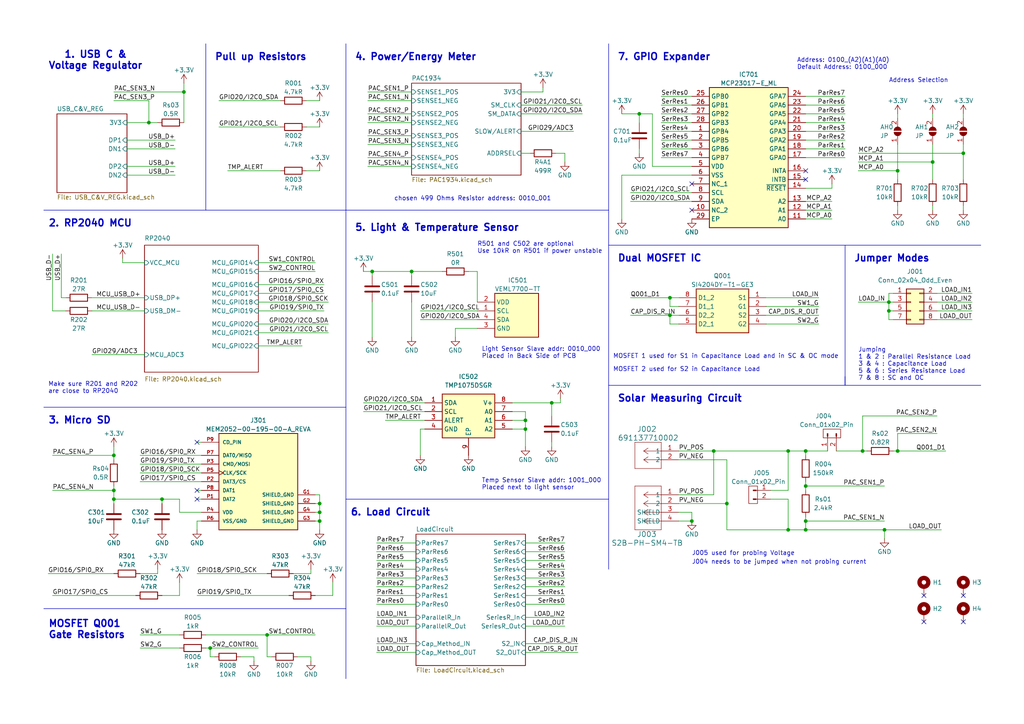
<source format=kicad_sch>
(kicad_sch (version 20230121) (generator eeschema)
  (paper "A4")
  (title_block (title "Solar Curve Tracer") (rev "v1.0") (company "Thesis") (comment 1 "Author: Jason F J") (comment 2 "Matrk No: 3100513"))
  (lib_symbols
    (symbol "691137710002:691137710002" (pin_names (offset 0.254))
      (property "Reference" "J" (at 8.89 6.35 0))
      (property "Value" "691137710002" (at 0 0 0))
      (symbol "691137710002_0_1"
        (pin unspecified line (at 0 0 0) (length 5.08) (name "1") (number "1"))
        (pin unspecified line (at 0 -2.54 0) (length 5.08) (name "2") (number "2"))
      )
    )
    (symbol "Connector:Conn_01x02_Pin" (pin_names (offset 1.016) hide)
      (property "Reference" "J5" (at 0.635 5.08 0))
      (property "Value" "Conn_01x02_Pin" (at 0.635 2.54 0))
      (symbol "Conn_01x02_Pin_1_1"
        (pin passive line (at 5.08 0 180) (length 3.81) (name "Pin_1") (number "1"))
        (pin passive line (at 5.08 -2.54 180) (length 3.81) (name "Pin_2") (number "2"))
      )
    )
    (symbol "Connector_Generic:Conn_02x04_Odd_Even" (pin_names (offset 1.016) hide)
      (property "Reference" "J" (at 1.27 5.08 0))
      (property "Value" "Conn_02x04_Odd_Even" (at 1.27 -7.62 0))
      (symbol "Conn_02x04_Odd_Even_1_1"
        (pin passive line (at -5.08 2.54 0) (length 3.81) (name "Pin_1") (number "1"))
        (pin passive line (at 7.62 2.54 180) (length 3.81) (name "Pin_2") (number "2"))
        (pin passive line (at -5.08 0 0) (length 3.81) (name "Pin_3") (number "3"))
        (pin passive line (at 7.62 0 180) (length 3.81) (name "Pin_4") (number "4"))
        (pin passive line (at -5.08 -2.54 0) (length 3.81) (name "Pin_5") (number "5"))
        (pin passive line (at 7.62 -2.54 180) (length 3.81) (name "Pin_6") (number "6"))
        (pin passive line (at -5.08 -5.08 0) (length 3.81) (name "Pin_7") (number "7"))
        (pin passive line (at 7.62 -5.08 180) (length 3.81) (name "Pin_8") (number "8"))
      )
    )
    (symbol "Device:C" (pin_numbers hide) (pin_names (offset 0.254))
      (property "Reference" "C" (at 0.635 2.54 0))
      (property "Value" "C" (at 0.635 -2.54 0))
      (symbol "C_1_1"
        (pin passive line (at 0 3.81 270) (length 2.794) (name "~") (number "1"))
        (pin passive line (at 0 -3.81 90) (length 2.794) (name "~") (number "2"))
      )
    )
    (symbol "Device:R" (pin_numbers hide) (pin_names (offset 0))
      (property "Reference" "R" (at 2.032 0 90))
      (property "Value" "R" (at 0 0 90))
      (symbol "R_1_1"
        (pin passive line (at 0 3.81 270) (length 1.27) (name "~") (number "1"))
        (pin passive line (at 0 -3.81 90) (length 1.27) (name "~") (number "2"))
      )
    )
    (symbol "Jumper:SolderJumper_2_Open" (pin_names (offset 0) hide)
      (property "Reference" "JP" (at 0 2.032 0))
      (property "Value" "SolderJumper_2_Open" (at 0 -2.54 0))
      (symbol "SolderJumper_2_Open_1_1"
        (pin passive line (at -3.81 0 0) (length 2.54) (name "A") (number "1"))
        (pin passive line (at 3.81 0 180) (length 2.54) (name "B") (number "2"))
      )
    )
    (symbol "MCP23017-E_ML:MCP23017-E_ML"
      (property "Reference" "IC1" (at 16.51 13.97 0))
      (property "Value" "MCP23017-E_ML" (at 16.51 11.43 0))
      (symbol "MCP23017-E_ML_1_1"
        (pin passive line (at 0 -2.54 0) (length 5.08) (name "GPB4") (number "1"))
        (pin passive line (at 0 -25.4 0) (length 5.08) (name "NC_2") (number "10"))
        (pin passive line (at 33.02 -27.94 180) (length 5.08) (name "A0") (number "11"))
        (pin passive line (at 33.02 -25.4 180) (length 5.08) (name "A1") (number "12"))
        (pin passive line (at 33.02 -22.86 180) (length 5.08) (name "A2") (number "13"))
        (pin passive line (at 33.02 -19.05 180) (length 5.08) (name "~{RESET}") (number "14"))
        (pin passive line (at 33.02 -16.51 180) (length 5.08) (name "INTB") (number "15"))
        (pin passive line (at 33.02 -13.97 180) (length 5.08) (name "INTA") (number "16"))
        (pin passive line (at 33.02 -10.16 180) (length 5.08) (name "GPA0") (number "17"))
        (pin passive line (at 33.02 -7.62 180) (length 5.08) (name "GPA1") (number "18"))
        (pin passive line (at 33.02 -5.08 180) (length 5.08) (name "GPA2") (number "19"))
        (pin passive line (at 0 -5.08 0) (length 5.08) (name "GPB5") (number "2"))
        (pin passive line (at 33.02 -2.54 180) (length 5.08) (name "GPA3") (number "20"))
        (pin passive line (at 33.02 0 180) (length 5.08) (name "GPA4") (number "21"))
        (pin passive line (at 33.02 2.54 180) (length 5.08) (name "GPA5") (number "22"))
        (pin passive line (at 33.02 5.08 180) (length 5.08) (name "GPA6") (number "23"))
        (pin passive line (at 33.02 7.62 180) (length 5.08) (name "GPA7") (number "24"))
        (pin passive line (at 0 7.62 0) (length 5.08) (name "GPB0") (number "25"))
        (pin passive line (at 0 5.08 0) (length 5.08) (name "GPB1") (number "26"))
        (pin passive line (at 0 2.54 0) (length 5.08) (name "GPB2") (number "27"))
        (pin passive line (at 0 0 0) (length 5.08) (name "GPB3") (number "28"))
        (pin passive line (at 0 -27.94 0) (length 5.08) (name "EP") (number "29"))
        (pin passive line (at 0 -7.62 0) (length 5.08) (name "GPB6") (number "3"))
        (pin passive line (at 0 -10.16 0) (length 5.08) (name "GPB7") (number "4"))
        (pin passive line (at 0 -12.7 0) (length 5.08) (name "VDD") (number "5"))
        (pin passive line (at 0 -15.24 0) (length 5.08) (name "VSS") (number "6"))
        (pin passive line (at 0 -17.78 0) (length 5.08) (name "NC_1") (number "7"))
        (pin passive line (at 0 -20.32 0) (length 5.08) (name "SCL") (number "8"))
        (pin passive line (at 0 -22.86 0) (length 5.08) (name "SDA") (number "9"))
      )
    )
    (symbol "MEM2052-00-195-00-A_REVA:MEM2052-00-195-00-A_REVA" (pin_names (offset 1.016))
      (property "Reference" "J6" (at 0 20.32 0))
      (property "Value" "MEM2052-00-195-00-A_REVA" (at 0 17.78 0))
      (symbol "MEM2052-00-195-00-A_REVA_0_0"
        (pin power_in line (at 16.51 -2.54 180) (length 5.08) (name "SHIELD_GND") (number "G1"))
        (pin power_in line (at 16.51 -5.08 180) (length 5.08) (name "SHIELD_GND") (number "G2"))
        (pin power_in line (at 16.51 -10.16 180) (length 5.08) (name "SHIELD_GND") (number "G3"))
        (pin power_in line (at 16.51 -7.62 180) (length 5.08) (name "SHIELD_GND") (number "G4"))
        (pin bidirectional line (at -16.51 -3.81 0) (length 5.08) (name "DAT2") (number "P1"))
        (pin power_in line (at -16.51 -7.62 0) (length 5.08) (name "VDD") (number "P4"))
        (pin bidirectional line (at -16.51 -1.27 0) (length 5.08) (name "DAT1") (number "P8"))
        (pin passive line (at -16.51 12.7 0) (length 5.08) (name "CD_PIN") (number "P9"))
      )
      (symbol "MEM2052-00-195-00-A_REVA_1_0"
        (pin bidirectional line (at -16.51 1.27 0) (length 5.08) (name "DAT3/CS") (number "P2"))
        (pin bidirectional line (at -16.51 6.35 0) (length 5.08) (name "CMD/MOSI") (number "P3"))
        (pin input clock (at -16.51 3.81 0) (length 5.08) (name "CLK/SCK") (number "P5"))
        (pin power_in line (at -16.51 -10.16 0) (length 5.08) (name "VSS/GND") (number "P6"))
        (pin bidirectional line (at -16.51 8.89 0) (length 5.08) (name "DAT0/MISO") (number "P7"))
      )
    )
    (symbol "Mechanical:MountingHole_Pad" (pin_numbers hide) (pin_names (offset 1.016) hide)
      (property "Reference" "H" (at 0 6.35 0))
      (property "Value" "MountingHole_Pad" (at 0 4.445 0))
      (symbol "MountingHole_Pad_1_1"
        (pin input line (at 0 -2.54 90) (length 2.54) (name "1") (number "1"))
      )
    )
    (symbol "S2B_PH_SM4_TB:S2B-PH-SM4-TB" (pin_names (offset 0.254))
      (property "Reference" "J" (at 8.89 6.35 0))
      (property "Value" "S2B-PH-SM4-TB" (at 0 0 0))
      (symbol "S2B-PH-SM4-TB_1_1"
        (pin unspecified line (at 0 0 0) (length 5.08) (name "1") (number "1"))
        (pin unspecified line (at 0 -2.54 0) (length 5.08) (name "2") (number "2"))
        (pin unspecified line (at 0 -5.08 0) (length 5.08) (name "SHIELD") (number "3"))
        (pin unspecified line (at 0 -7.62 0) (length 5.08) (name "SHIELD") (number "4"))
      )
      (symbol "S2B-PH-SM4-TB_1_2"
        (pin unspecified line (at 0 0 0) (length 5.08) (name "1") (number "1"))
        (pin unspecified line (at 0 -2.54 0) (length 5.08) (name "2") (number "2"))
        (pin unspecified line (at 0 -5.08 0) (length 5.08) (name "SHIELD") (number "3"))
        (pin unspecified line (at 0 -7.62 0) (length 5.08) (name "SHIELD") (number "4"))
      )
    )
    (symbol "SI4204DY-T1-GE3:SI4204DY-T1-GE3"
      (property "Reference" "Q" (at 21.59 7.62 0))
      (property "Value" "SI4204DY-T1-GE3" (at 21.59 5.08 0))
      (symbol "SI4204DY-T1-GE3_1_1"
        (pin passive line (at 0 0 0) (length 5.08) (name "S1") (number "1"))
        (pin passive line (at 0 -2.54 0) (length 5.08) (name "G1") (number "2"))
        (pin passive line (at 0 -5.08 0) (length 5.08) (name "S2") (number "3"))
        (pin passive line (at 0 -7.62 0) (length 5.08) (name "G2") (number "4"))
        (pin passive line (at 25.4 -7.62 180) (length 5.08) (name "D2_1") (number "5"))
        (pin passive line (at 25.4 -5.08 180) (length 5.08) (name "D2_2") (number "6"))
        (pin passive line (at 25.4 -2.54 180) (length 5.08) (name "D1_1") (number "7"))
        (pin passive line (at 25.4 0 180) (length 5.08) (name "D1_2") (number "8"))
      )
    )
    (symbol "TMP1075DSGR:TMP1075DSGR"
      (property "Reference" "IC2" (at 12.7 6.35 0))
      (property "Value" "TMP1075DSGR" (at 12.7 3.81 0))
      (symbol "TMP1075DSGR_1_1"
        (pin passive line (at 0 0 0) (length 5.08) (name "SDA") (number "1"))
        (pin passive line (at 0 -2.54 0) (length 5.08) (name "SCL") (number "2"))
        (pin passive line (at 0 -5.08 0) (length 5.08) (name "ALERT") (number "3"))
        (pin passive line (at 0 -7.62 0) (length 5.08) (name "GND") (number "4"))
        (pin passive line (at 25.4 -7.62 180) (length 5.08) (name "A2") (number "5"))
        (pin passive line (at 25.4 -5.08 180) (length 5.08) (name "A1") (number "6"))
        (pin passive line (at 25.4 -2.54 180) (length 5.08) (name "A0") (number "7"))
        (pin passive line (at 25.4 0 180) (length 5.08) (name "V+") (number "8"))
        (pin passive line (at 12.7 -15.24 90) (length 5.08) (name "EP") (number "9"))
      )
    )
    (symbol "VEML7700-TT:VEML7700-TT"
      (property "Reference" "IC3" (at 19.05 -2.54 0))
      (property "Value" "VEML7700-TT" (at 19.05 -5.08 0))
      (symbol "VEML7700-TT_1_1"
        (pin passive line (at 0 -2.54 0) (length 5.08) (name "SCL") (number "1"))
        (pin passive line (at 0 0 0) (length 5.08) (name "VDD") (number "2"))
        (pin passive line (at 0 -7.62 0) (length 5.08) (name "GND") (number "3"))
        (pin passive line (at 0 -5.08 0) (length 5.08) (name "SDA") (number "4"))
      )
    )
    (symbol "power:+3.3V" (power) (pin_names (offset 0))
      (property "Value" "+3.3V" (at 0 3.556 0))
      (symbol "+3.3V_1_1"
        (pin power_in line (at 0 0 90) (length 0) hide (name "+3.3V") (number "1"))
      )
    )
    (symbol "power:GND" (power) (pin_names (offset 0))
      (property "Value" "GND" (at 0 -3.81 0))
      (symbol "GND_1_1"
        (pin power_in line (at 0 0 270) (length 0) hide (name "GND") (number "1"))
      )
    )
  )
  (junction (at 207.01 130.81))
  (junction (at 160.02 116.84))
  (junction (at 279.4 44.45))
  (junction (at 33.02 132.08))
  (junction (at 257.81 90.17))
  (junction (at 233.68 140.97))
  (junction (at 228.6 130.81))
  (junction (at 194.31 86.36))
  (junction (at 257.81 87.63))
  (junction (at 200.66 151.13))
  (junction (at 233.68 130.81))
  (junction (at 210.82 146.05))
  (junction (at 46.99 144.78))
  (junction (at 270.51 46.99))
  (junction (at 92.71 146.05))
  (junction (at 43.18 35.56))
  (junction (at 233.68 153.67))
  (junction (at 152.4 124.46))
  (junction (at 92.71 151.13))
  (junction (at 233.68 151.13))
  (junction (at 107.95 78.74))
  (junction (at 228.6 153.67))
  (junction (at 250.19 130.81))
  (junction (at 92.71 148.59))
  (junction (at 60.96 187.96))
  (junction (at 194.31 91.44))
  (junction (at 260.35 49.53))
  (junction (at 152.4 121.92))
  (junction (at 53.34 26.67))
  (junction (at 77.47 184.15))
  (junction (at 256.54 153.67))
  (junction (at 119.38 78.74))
  (junction (at 260.35 130.81))
  (junction (at 33.02 142.24))
  (junction (at 33.02 144.78))
  (junction (at 185.42 33.02))
  (no_connect (at 233.68 52.07))
  (no_connect (at 279.4 180.34))
  (no_connect (at 267.97 172.72))
  (no_connect (at 57.15 128.27))
  (no_connect (at 267.97 180.34))
  (no_connect (at 57.15 142.24))
  (no_connect (at 279.4 172.72))
  (no_connect (at 200.66 60.96))
  (no_connect (at 233.68 49.53))
  (no_connect (at 200.66 53.34))
  (no_connect (at 57.15 144.78))
  (wire (pts (xy 185.42 35.56) (xy 185.42 33.02)))
  (wire (pts (xy 242.57 130.81) (xy 250.19 130.81)))
  (wire (pts (xy 257.81 90.17) (xy 257.81 87.63)))
  (wire (pts (xy 105.41 116.84) (xy 123.19 116.84)))
  (wire (pts (xy 60.96 187.96) (xy 60.96 190.5)))
  (wire (pts (xy 233.68 140.97) (xy 233.68 142.24)))
  (wire (pts (xy 105.41 119.38) (xy 123.19 119.38)))
  (wire (pts (xy 74.93 87.63) (xy 95.25 87.63)))
  (wire (pts (xy 191.77 38.1) (xy 200.66 38.1)))
  (wire (pts (xy 196.85 143.51) (xy 207.01 143.51)))
  (wire (pts (xy 200.66 48.26) (xy 189.23 48.26)))
  (wire (pts (xy 191.77 40.64) (xy 200.66 40.64)))
  (wire (pts (xy 74.93 85.09) (xy 93.98 85.09)))
  (wire (pts (xy 74.93 100.33) (xy 87.63 100.33)))
  (wire (pts (xy 109.22 157.48) (xy 120.65 157.48)))
  (wire (pts (xy 152.4 119.38) (xy 152.4 121.92)))
  (wire (pts (xy 259.08 130.81) (xy 260.35 130.81)))
  (wire (pts (xy 109.22 181.61) (xy 120.65 181.61)))
  (wire (pts (xy 107.95 78.74) (xy 119.38 78.74)))
  (wire (pts (xy 109.22 167.64) (xy 120.65 167.64)))
  (wire (pts (xy 248.92 44.45) (xy 279.4 44.45)))
  (wire (pts (xy 160.02 116.84) (xy 162.56 116.84)))
  (wire (pts (xy 210.82 153.67) (xy 228.6 153.67)))
  (wire (pts (xy 106.68 41.91) (xy 119.38 41.91)))
  (wire (pts (xy 46.99 172.72) (xy 52.07 172.72)))
  (polyline (pts (xy 100.33 144.78) (xy 176.53 144.78)))
  (wire (pts (xy 148.59 119.38) (xy 152.4 119.38)))
  (wire (pts (xy 74.93 90.17) (xy 93.98 90.17)))
  (wire (pts (xy 52.07 172.72) (xy 52.07 168.91)))
  (wire (pts (xy 121.92 124.46) (xy 121.92 132.08)))
  (wire (pts (xy 279.4 44.45) (xy 279.4 52.07)))
  (wire (pts (xy 63.5 29.21) (xy 81.28 29.21)))
  (wire (pts (xy 119.38 87.63) (xy 119.38 97.79)))
  (wire (pts (xy 245.11 33.02) (xy 233.68 33.02)))
  (wire (pts (xy 40.64 187.96) (xy 52.07 187.96)))
  (wire (pts (xy 15.24 73.66) (xy 15.24 90.17)))
  (wire (pts (xy 109.22 160.02) (xy 120.65 160.02)))
  (wire (pts (xy 279.4 41.91) (xy 279.4 44.45)))
  (wire (pts (xy 191.77 30.48) (xy 200.66 30.48)))
  (wire (pts (xy 160.02 128.27) (xy 160.02 129.54)))
  (wire (pts (xy 58.42 148.59) (xy 52.07 148.59)))
  (wire (pts (xy 148.59 121.92) (xy 152.4 121.92)))
  (wire (pts (xy 77.47 184.15) (xy 77.47 190.5)))
  (wire (pts (xy 33.02 166.37) (xy 13.97 166.37)))
  (wire (pts (xy 260.35 33.02) (xy 260.35 34.29)))
  (wire (pts (xy 33.02 29.21) (xy 43.18 29.21)))
  (wire (pts (xy 41.91 76.2) (xy 35.56 76.2)))
  (wire (pts (xy 233.68 54.61) (xy 241.3 54.61)))
  (wire (pts (xy 191.77 45.72) (xy 200.66 45.72)))
  (wire (pts (xy 233.68 63.5) (xy 241.3 63.5)))
  (polyline (pts (xy 12.7 176.53) (xy 100.33 176.53)))
  (wire (pts (xy 109.22 172.72) (xy 120.65 172.72)))
  (wire (pts (xy 57.15 172.72) (xy 83.82 172.72)))
  (wire (pts (xy 233.68 149.86) (xy 233.68 151.13)))
  (wire (pts (xy 259.08 85.09) (xy 257.81 85.09)))
  (wire (pts (xy 248.92 87.63) (xy 257.81 87.63)))
  (wire (pts (xy 256.54 151.13) (xy 233.68 151.13)))
  (wire (pts (xy 245.11 40.64) (xy 233.68 40.64)))
  (wire (pts (xy 223.52 142.24) (xy 228.6 142.24)))
  (wire (pts (xy 33.02 142.24) (xy 33.02 144.78)))
  (wire (pts (xy 271.78 90.17) (xy 281.94 90.17)))
  (wire (pts (xy 259.08 90.17) (xy 257.81 90.17)))
  (wire (pts (xy 200.66 151.13) (xy 200.66 148.59)))
  (wire (pts (xy 106.68 45.72) (xy 119.38 45.72)))
  (wire (pts (xy 36.83 35.56) (xy 43.18 35.56)))
  (wire (pts (xy 222.25 91.44) (xy 237.49 91.44)))
  (wire (pts (xy 53.34 26.67) (xy 53.34 24.13)))
  (wire (pts (xy 270.51 60.96) (xy 270.51 59.69)))
  (wire (pts (xy 196.85 146.05) (xy 210.82 146.05)))
  (wire (pts (xy 194.31 91.44) (xy 196.85 91.44)))
  (wire (pts (xy 260.35 49.53) (xy 260.35 52.07)))
  (wire (pts (xy 43.18 35.56) (xy 45.72 35.56)))
  (wire (pts (xy 256.54 140.97) (xy 233.68 140.97)))
  (wire (pts (xy 148.59 116.84) (xy 160.02 116.84)))
  (wire (pts (xy 33.02 129.54) (xy 33.02 132.08)))
  (wire (pts (xy 109.22 179.07) (xy 120.65 179.07)))
  (wire (pts (xy 17.78 73.66) (xy 17.78 86.36)))
  (wire (pts (xy 256.54 153.67) (xy 256.54 156.21)))
  (wire (pts (xy 152.4 181.61) (xy 163.83 181.61)))
  (wire (pts (xy 228.6 153.67) (xy 233.68 153.67)))
  (wire (pts (xy 250.19 120.65) (xy 250.19 130.81)))
  (wire (pts (xy 281.94 87.63) (xy 271.78 87.63)))
  (wire (pts (xy 77.47 184.15) (xy 91.44 184.15)))
  (wire (pts (xy 222.25 93.98) (xy 237.49 93.98)))
  (wire (pts (xy 233.68 153.67) (xy 256.54 153.67)))
  (wire (pts (xy 223.52 144.78) (xy 228.6 144.78)))
  (wire (pts (xy 180.34 50.8) (xy 180.34 63.5)))
  (wire (pts (xy 163.83 167.64) (xy 152.4 167.64)))
  (wire (pts (xy 109.22 162.56) (xy 120.65 162.56)))
  (wire (pts (xy 40.64 184.15) (xy 52.07 184.15)))
  (wire (pts (xy 163.83 162.56) (xy 152.4 162.56)))
  (wire (pts (xy 207.01 130.81) (xy 228.6 130.81)))
  (wire (pts (xy 106.68 35.56) (xy 119.38 35.56)))
  (wire (pts (xy 257.81 85.09) (xy 257.81 87.63)))
  (wire (pts (xy 233.68 130.81) (xy 233.68 132.08)))
  (wire (pts (xy 182.88 86.36) (xy 194.31 86.36)))
  (wire (pts (xy 194.31 93.98) (xy 194.31 91.44)))
  (wire (pts (xy 91.44 148.59) (xy 92.71 148.59)))
  (wire (pts (xy 91.44 151.13) (xy 92.71 151.13)))
  (wire (pts (xy 77.47 166.37) (xy 57.15 166.37)))
  (wire (pts (xy 109.22 165.1) (xy 120.65 165.1)))
  (wire (pts (xy 245.11 43.18) (xy 233.68 43.18)))
  (wire (pts (xy 107.95 87.63) (xy 107.95 97.79)))
  (wire (pts (xy 157.48 25.4) (xy 157.48 26.67)))
  (wire (pts (xy 233.68 151.13) (xy 233.68 153.67)))
  (wire (pts (xy 245.11 27.94) (xy 233.68 27.94)))
  (wire (pts (xy 36.83 50.8) (xy 50.8 50.8)))
  (wire (pts (xy 196.85 130.81) (xy 207.01 130.81)))
  (wire (pts (xy 189.23 33.02) (xy 185.42 33.02)))
  (wire (pts (xy 53.34 35.56) (xy 53.34 26.67)))
  (wire (pts (xy 270.51 33.02) (xy 270.51 34.29)))
  (wire (pts (xy 191.77 35.56) (xy 200.66 35.56)))
  (wire (pts (xy 248.92 49.53) (xy 260.35 49.53)))
  (wire (pts (xy 191.77 43.18) (xy 200.66 43.18)))
  (wire (pts (xy 40.64 139.7) (xy 58.42 139.7)))
  (wire (pts (xy 36.83 43.18) (xy 50.8 43.18)))
  (wire (pts (xy 33.02 146.05) (xy 33.02 144.78)))
  (wire (pts (xy 106.68 33.02) (xy 119.38 33.02)))
  (polyline (pts (xy 176.53 111.76) (xy 284.48 111.76)))
  (wire (pts (xy 138.43 78.74) (xy 138.43 87.63)))
  (wire (pts (xy 194.31 88.9) (xy 194.31 86.36)))
  (wire (pts (xy 207.01 130.81) (xy 207.01 143.51)))
  (wire (pts (xy 15.24 142.24) (xy 33.02 142.24)))
  (wire (pts (xy 52.07 148.59) (xy 52.07 144.78)))
  (wire (pts (xy 106.68 26.67) (xy 119.38 26.67)))
  (wire (pts (xy 92.71 143.51) (xy 92.71 146.05)))
  (wire (pts (xy 260.35 60.96) (xy 260.35 59.69)))
  (wire (pts (xy 57.15 144.78) (xy 58.42 144.78)))
  (wire (pts (xy 111.76 121.92) (xy 123.19 121.92)))
  (wire (pts (xy 163.83 170.18) (xy 152.4 170.18)))
  (wire (pts (xy 210.82 133.35) (xy 210.82 146.05)))
  (wire (pts (xy 85.09 166.37) (xy 90.17 166.37)))
  (wire (pts (xy 163.83 157.48) (xy 152.4 157.48)))
  (wire (pts (xy 182.88 91.44) (xy 194.31 91.44)))
  (wire (pts (xy 40.64 137.16) (xy 58.42 137.16)))
  (wire (pts (xy 200.66 50.8) (xy 180.34 50.8)))
  (wire (pts (xy 222.25 86.36) (xy 237.49 86.36)))
  (wire (pts (xy 163.83 165.1) (xy 152.4 165.1)))
  (wire (pts (xy 222.25 88.9) (xy 237.49 88.9)))
  (wire (pts (xy 233.68 130.81) (xy 240.03 130.81)))
  (wire (pts (xy 33.02 132.08) (xy 33.02 133.35)))
  (wire (pts (xy 210.82 146.05) (xy 210.82 153.67)))
  (wire (pts (xy 161.29 44.45) (xy 163.83 44.45)))
  (wire (pts (xy 33.02 144.78) (xy 46.99 144.78)))
  (wire (pts (xy 279.4 33.02) (xy 279.4 34.29)))
  (wire (pts (xy 185.42 43.18) (xy 185.42 44.45)))
  (wire (pts (xy 196.85 88.9) (xy 194.31 88.9)))
  (wire (pts (xy 151.13 44.45) (xy 153.67 44.45)))
  (wire (pts (xy 17.78 86.36) (xy 19.05 86.36)))
  (wire (pts (xy 109.22 170.18) (xy 120.65 170.18)))
  (wire (pts (xy 57.15 153.67) (xy 57.15 151.13)))
  (wire (pts (xy 46.99 146.05) (xy 46.99 144.78)))
  (wire (pts (xy 40.64 166.37) (xy 45.72 166.37)))
  (wire (pts (xy 151.13 38.1) (xy 166.37 38.1)))
  (wire (pts (xy 248.92 46.99) (xy 270.51 46.99)))
  (wire (pts (xy 26.67 86.36) (xy 41.91 86.36)))
  (wire (pts (xy 132.08 95.25) (xy 132.08 97.79)))
  (wire (pts (xy 91.44 146.05) (xy 92.71 146.05)))
  (polyline (pts (xy 176.53 12.7) (xy 176.53 165.1)))
  (wire (pts (xy 60.96 190.5) (xy 62.23 190.5)))
  (wire (pts (xy 91.44 172.72) (xy 96.52 172.72)))
  (wire (pts (xy 160.02 116.84) (xy 160.02 120.65)))
  (wire (pts (xy 151.13 33.02) (xy 168.91 33.02)))
  (wire (pts (xy 260.35 125.73) (xy 271.78 125.73)))
  (wire (pts (xy 182.88 55.88) (xy 200.66 55.88)))
  (wire (pts (xy 15.24 132.08) (xy 33.02 132.08)))
  (wire (pts (xy 191.77 33.02) (xy 200.66 33.02)))
  (wire (pts (xy 15.24 90.17) (xy 19.05 90.17)))
  (wire (pts (xy 121.92 90.17) (xy 138.43 90.17)))
  (wire (pts (xy 86.36 190.5) (xy 90.17 190.5)))
  (wire (pts (xy 274.32 130.81) (xy 260.35 130.81)))
  (wire (pts (xy 109.22 186.69) (xy 120.65 186.69)))
  (wire (pts (xy 167.64 186.69) (xy 152.4 186.69)))
  (wire (pts (xy 119.38 78.74) (xy 119.38 80.01)))
  (wire (pts (xy 74.93 76.2) (xy 91.44 76.2)))
  (wire (pts (xy 119.38 78.74) (xy 128.27 78.74)))
  (wire (pts (xy 45.72 166.37) (xy 45.72 165.1)))
  (wire (pts (xy 106.68 39.37) (xy 119.38 39.37)))
  (wire (pts (xy 74.93 78.74) (xy 91.44 78.74)))
  (wire (pts (xy 200.66 148.59) (xy 196.85 148.59)))
  (wire (pts (xy 33.02 26.67) (xy 53.34 26.67)))
  (wire (pts (xy 105.41 78.74) (xy 107.95 78.74)))
  (wire (pts (xy 163.83 172.72) (xy 152.4 172.72)))
  (wire (pts (xy 43.18 29.21) (xy 43.18 35.56)))
  (wire (pts (xy 138.43 95.25) (xy 132.08 95.25)))
  (wire (pts (xy 233.68 58.42) (xy 241.3 58.42)))
  (wire (pts (xy 271.78 85.09) (xy 281.94 85.09)))
  (wire (pts (xy 279.4 60.96) (xy 279.4 59.69)))
  (wire (pts (xy 123.19 124.46) (xy 121.92 124.46)))
  (wire (pts (xy 74.93 93.98) (xy 95.25 93.98)))
  (wire (pts (xy 191.77 27.94) (xy 200.66 27.94)))
  (wire (pts (xy 69.85 190.5) (xy 73.66 190.5)))
  (wire (pts (xy 163.83 44.45) (xy 163.83 46.99)))
  (wire (pts (xy 228.6 130.81) (xy 233.68 130.81)))
  (wire (pts (xy 96.52 172.72) (xy 96.52 168.91)))
  (wire (pts (xy 194.31 86.36) (xy 196.85 86.36)))
  (wire (pts (xy 245.11 30.48) (xy 233.68 30.48)))
  (wire (pts (xy 151.13 26.67) (xy 157.48 26.67)))
  (wire (pts (xy 106.68 48.26) (xy 119.38 48.26)))
  (wire (pts (xy 228.6 144.78) (xy 228.6 153.67)))
  (wire (pts (xy 39.37 172.72) (xy 15.24 172.72)))
  (wire (pts (xy 106.68 29.21) (xy 119.38 29.21)))
  (wire (pts (xy 88.9 36.83) (xy 92.71 36.83)))
  (wire (pts (xy 259.08 92.71) (xy 257.81 92.71)))
  (wire (pts (xy 270.51 46.99) (xy 270.51 52.07)))
  (wire (pts (xy 163.83 175.26) (xy 152.4 175.26)))
  (polyline (pts (xy 100.33 60.96) (xy 176.53 60.96)))
  (wire (pts (xy 162.56 116.84) (xy 162.56 115.57)))
  (wire (pts (xy 40.64 134.62) (xy 58.42 134.62)))
  (wire (pts (xy 163.83 160.02) (xy 152.4 160.02)))
  (wire (pts (xy 52.07 144.78) (xy 46.99 144.78)))
  (wire (pts (xy 180.34 33.02) (xy 185.42 33.02)))
  (wire (pts (xy 74.93 96.52) (xy 95.25 96.52)))
  (wire (pts (xy 90.17 190.5) (xy 90.17 191.77)))
  (wire (pts (xy 241.3 54.61) (xy 241.3 53.34)))
  (wire (pts (xy 152.4 121.92) (xy 152.4 124.46)))
  (wire (pts (xy 233.68 139.7) (xy 233.68 140.97)))
  (wire (pts (xy 90.17 166.37) (xy 90.17 165.1)))
  (wire (pts (xy 196.85 151.13) (xy 200.66 151.13)))
  (wire (pts (xy 196.85 133.35) (xy 210.82 133.35)))
  (wire (pts (xy 109.22 175.26) (xy 120.65 175.26)))
  (wire (pts (xy 41.91 102.87) (xy 26.67 102.87)))
  (wire (pts (xy 245.11 45.72) (xy 233.68 45.72)))
  (wire (pts (xy 36.83 40.64) (xy 50.8 40.64)))
  (wire (pts (xy 33.02 140.97) (xy 33.02 142.24)))
  (wire (pts (xy 91.44 143.51) (xy 92.71 143.51)))
  (wire (pts (xy 59.69 187.96) (xy 60.96 187.96)))
  (wire (pts (xy 151.13 30.48) (xy 168.91 30.48)))
  (polyline (pts (xy 245.11 71.12) (xy 245.11 111.76)))
  (wire (pts (xy 88.9 29.21) (xy 92.71 29.21)))
  (wire (pts (xy 271.78 120.65) (xy 250.19 120.65)))
  (wire (pts (xy 233.68 60.96) (xy 241.3 60.96)))
  (wire (pts (xy 92.71 153.67) (xy 92.71 151.13)))
  (wire (pts (xy 182.88 58.42) (xy 200.66 58.42)))
  (wire (pts (xy 228.6 142.24) (xy 228.6 130.81)))
  (wire (pts (xy 148.59 124.46) (xy 152.4 124.46)))
  (wire (pts (xy 109.22 189.23) (xy 120.65 189.23)))
  (wire (pts (xy 270.51 41.91) (xy 270.51 46.99)))
  (polyline (pts (xy 59.69 12.7) (xy 59.69 60.96)))
  (wire (pts (xy 257.81 87.63) (xy 259.08 87.63)))
  (wire (pts (xy 152.4 124.46) (xy 152.4 129.54)))
  (wire (pts (xy 88.9 49.53) (xy 92.71 49.53)))
  (wire (pts (xy 121.92 92.71) (xy 138.43 92.71)))
  (wire (pts (xy 60.96 187.96) (xy 74.93 187.96)))
  (polyline (pts (xy 12.7 118.11) (xy 100.33 118.11)))
  (wire (pts (xy 260.35 125.73) (xy 260.35 130.81)))
  (polyline (pts (xy 176.53 71.12) (xy 284.48 71.12)))
  (wire (pts (xy 63.5 36.83) (xy 81.28 36.83)))
  (wire (pts (xy 260.35 41.91) (xy 260.35 49.53)))
  (polyline (pts (xy 12.7 60.96) (xy 100.33 60.96)))
  (wire (pts (xy 196.85 93.98) (xy 194.31 93.98)))
  (wire (pts (xy 36.83 48.26) (xy 50.8 48.26)))
  (polyline (pts (xy 245.11 109.22) (xy 245.11 111.76)))
  (wire (pts (xy 256.54 153.67) (xy 273.05 153.67)))
  (wire (pts (xy 189.23 33.02) (xy 189.23 48.26)))
  (wire (pts (xy 26.67 90.17) (xy 41.91 90.17)))
  (wire (pts (xy 57.15 151.13) (xy 58.42 151.13)))
  (wire (pts (xy 74.93 82.55) (xy 93.98 82.55)))
  (wire (pts (xy 66.04 49.53) (xy 81.28 49.53)))
  (wire (pts (xy 57.15 128.27) (xy 58.42 128.27)))
  (wire (pts (xy 40.64 132.08) (xy 58.42 132.08)))
  (wire (pts (xy 245.11 38.1) (xy 233.68 38.1)))
  (wire (pts (xy 73.66 190.5) (xy 73.66 191.77)))
  (polyline (pts (xy 100.33 12.7) (xy 100.33 196.85)))
  (wire (pts (xy 152.4 179.07) (xy 163.83 179.07)))
  (wire (pts (xy 138.43 78.74) (xy 135.89 78.74)))
  (wire (pts (xy 92.71 146.05) (xy 92.71 148.59)))
  (wire (pts (xy 257.81 92.71) (xy 257.81 90.17)))
  (wire (pts (xy 250.19 130.81) (xy 251.46 130.81)))
  (wire (pts (xy 59.69 184.15) (xy 77.47 184.15)))
  (wire (pts (xy 152.4 189.23) (xy 167.64 189.23)))
  (wire (pts (xy 77.47 190.5) (xy 78.74 190.5)))
  (wire (pts (xy 107.95 78.74) (xy 107.95 80.01)))
  (wire (pts (xy 57.15 142.24) (xy 58.42 142.24)))
  (wire (pts (xy 92.71 148.59) (xy 92.71 151.13)))
  (wire (pts (xy 35.56 74.93) (xy 35.56 76.2)))
  (wire (pts (xy 245.11 35.56) (xy 233.68 35.56)))
  (wire (pts (xy 271.78 92.71) (xy 281.94 92.71)))
  (text "Jumper Modes" (at 247.65 76.2 0) (effects (font (size 2 2) (thickness 0.4) bold) (justify left bottom)))
  (text "7. GPIO Expander" (at 179.07 17.78 0) (effects (font (size 2 2) (thickness 0.4) bold) (justify left bottom)))
  (text "5. Light & Temperature Sensor" (at 102.87 67.31 0) (effects (font (size 2 2) (thickness 0.4) bold) (justify left bottom)))
  (text "3. Micro SD" (at 13.97 123.19 0) (effects (font (size 2 2) (thickness 0.4) bold) (justify left bottom)))
  (text "Solar Measuring Circuit" (at 179.07 116.84 0) (effects (font (size 2 2) (thickness 0.4) bold) (justify left bottom)))
  (text "MOSFET 2 used for S2 in Capacitance Load" (at 177.8 107.95 0) (effects (font (size 1.27 1.27)) (justify left bottom)))
  (text "Dual MOSFET IC" (at 179.07 76.2 0) (effects (font (size 2 2) (thickness 0.4) bold) (justify left bottom)))
  (text "Temp Sensor Slave addr: 1001_000\nPlaced next to light sensor" (at 139.7 142.24 0) (effects (font (size 1.27 1.27)) (justify left bottom)))
  (text "J005 used for probing Voltage" (at 200.66 161.29 0) (effects (font (size 1.27 1.27)) (justify left bottom)))
  (text "Make sure R201 and R202 \nare close to RP2040" (at 13.97 114.3 0) (effects (font (size 1.27 1.27)) (justify left bottom)))
  (text "Pull up Resistors" (at 62.23 17.78 0) (effects (font (size 2 2) (thickness 0.4) bold) (justify left bottom)))
  (text "6. Load Circuit" (at 101.6 149.86 0) (effects (font (size 2 2) (thickness 0.4) bold) (justify left bottom)))
  (text "R501 and C502 are optional\nUse 10kR on R501 if power unstable" (at 138.43 73.66 0) (effects (font (size 1.27 1.27)) (justify left bottom)))
  (text "   1. USB C & \nVoltage Regulator" (at 13.97 20.32 0) (effects (font (size 2 2) (thickness 0.4) bold) (justify left bottom)))
  (text "MOSFET Q001 \nGate Resistors" (at 13.97 185.42 0) (effects (font (size 2 2) (thickness 0.4) bold) (justify left bottom)))
  (text "2. RP2040 MCU" (at 13.97 66.04 0) (effects (font (size 2 2) (thickness 0.4) bold) (justify left bottom)))
  (text "Light Sensor Slave addr: 0010_000\nPlaced in Back Side of PCB" (at 139.7 104.14 0) (effects (font (size 1.27 1.27)) (justify left bottom)))
  (text "MOSFET 1 used for S1 in Capacitance Load and in SC & OC mode" (at 177.8 104.14 0) (effects (font (size 1.27 1.27)) (justify left bottom)))
  (text "chosen 499 Ohms Resistor address: 0010_001" (at 114.3 58.42 0) (effects (font (size 1.27 1.27)) (justify left bottom)))
  (text "J004 needs to be jumped when not probing current" (at 200.66 163.83 0) (effects (font (size 1.27 1.27)) (justify left bottom)))
  (text "Address Selection" (at 257.81 24.13 0) (effects (font (size 1.27 1.27)) (justify left bottom)))
  (text "Address: 0100_(A2)(A1)(A0)\nDefault Address: 0100_000" (at 231.14 20.32 0) (effects (font (size 1.27 1.27)) (justify left bottom)))
  (text "4. Power/Energy Meter" (at 102.87 17.78 0) (effects (font (size 2 2) (thickness 0.4) bold) (justify left bottom)))
  (text "Jumping\n1 & 2 : Parallel Resistance Load\n3 & 4 : Capacitance Load\n5 & 6 : Series Resistance Load\n7 & 8 : SC and OC" (at 248.92 110.49 0) (effects (font (size 1.27 1.27)) (justify left bottom)))
  (label "TMP_ALERT" (at 66.04 49.53 0))
  (label "ParRes6" (at 245.11 30.48 180))
  (label "SerRes0" (at 163.83 175.26 180))
  (label "SerRes5" (at 191.77 40.64 0))
  (label "PAC_SEN3_P" (at 106.68 39.37 0))
  (label "GPIO21{slash}I2C0_SCL" (at 63.5 36.83 0))
  (label "GPIO21{slash}I2C0_SCL" (at 105.41 119.38 0))
  (label "GPIO20{slash}I2C0_SDA" (at 63.5 29.21 0))
  (label "LOAD_OUT" (at 273.05 153.67 180))
  (label "ParRes5" (at 245.11 33.02 180))
  (label "LOAD_OUT" (at 109.22 189.23 0))
  (label "GPIO20{slash}I2C0_SDA" (at 182.88 58.42 0))
  (label "LOAD_IN1" (at 109.22 179.07 0))
  (label "SerRes2" (at 191.77 33.02 0))
  (label "SerRes7" (at 191.77 45.72 0))
  (label "SerRes7" (at 163.83 157.48 180))
  (label "ParRes6" (at 109.22 160.02 0))
  (label "PAC_SEN2_P" (at 106.68 33.02 0))
  (label "USB_D+" (at 50.8 40.64 180))
  (label "PAC_SEN1_N" (at 106.68 29.21 0))
  (label "SW2_CONTROL" (at 91.44 78.74 180))
  (label "LOAD_IN2" (at 281.94 87.63 180))
  (label "USB_D-" (at 50.8 50.8 180))
  (label "PV_NEG" (at 196.85 133.35 0))
  (label "MCP_A1" (at 241.3 60.96 180))
  (label "PV_POS" (at 196.85 143.51 0))
  (label "MCP_A2" (at 241.3 58.42 180))
  (label "GPIO20{slash}I2C0_SDA" (at 95.25 93.98 180))
  (label "TMP_ALERT" (at 87.63 100.33 180))
  (label "PAC_SEN4_N" (at 106.68 48.26 0))
  (label "Q001_D1" (at 274.32 130.81 180))
  (label "MCP_A1" (at 248.92 46.99 0))
  (label "LOAD_OUT" (at 281.94 92.71 180))
  (label "USB_D-" (at 15.24 73.66 270))
  (label "ParRes3" (at 109.22 167.64 0))
  (label "PAC_SEN3_N" (at 106.68 41.91 0))
  (label "GPIO20{slash}I2C0_SDA" (at 105.41 116.84 0))
  (label "ParRes1" (at 245.11 43.18 180))
  (label "PAC_SEN2_N" (at 271.78 125.73 180))
  (label "GPIO19{slash}SPI0_TX" (at 93.98 90.17 180))
  (label "SerRes1" (at 191.77 30.48 0))
  (label "PAC_SEN4_P" (at 15.24 132.08 0))
  (label "GPIO21{slash}I2C0_SCL" (at 95.25 96.52 180))
  (label "SerRes4" (at 191.77 38.1 0))
  (label "GPIO18{slash}SPI0_SCK" (at 40.64 137.16 0))
  (label "PAC_SEN1_P" (at 256.54 140.97 180))
  (label "LOAD_IN" (at 248.92 87.63 0))
  (label "PAC_SEN2_P" (at 271.78 120.65 180))
  (label "GPIO21{slash}I2C0_SCL" (at 168.91 30.48 180))
  (label "GPIO21{slash}I2C0_SCL" (at 182.88 55.88 0))
  (label "USB_D+" (at 17.78 73.66 270))
  (label "SerRes3" (at 163.83 167.64 180))
  (label "GPIO19{slash}SPI0_TX" (at 40.64 134.62 0))
  (label "GPIO20{slash}I2C0_SDA" (at 168.91 33.02 180))
  (label "ParRes3" (at 245.11 38.1 180))
  (label "CAP_DIS_R_IN" (at 182.88 91.44 0))
  (label "GPIO18{slash}SPI0_SCK" (at 95.25 87.63 180))
  (label "ParRes2" (at 109.22 170.18 0))
  (label "PAC_SEN3_P" (at 33.02 29.21 0))
  (label "LOAD_IN2" (at 163.83 179.07 180))
  (label "SerRes5" (at 163.83 162.56 180))
  (label "SerRes3" (at 191.77 35.56 0))
  (label "MCU_USB_D+" (at 27.94 86.36 0))
  (label "PAC_SEN4_N" (at 15.24 142.24 0))
  (label "PAC_SEN2_N" (at 106.68 35.56 0))
  (label "PAC_SEN4_P" (at 106.68 45.72 0))
  (label "ParRes1" (at 109.22 172.72 0))
  (label "SW1_CONTROL" (at 91.44 184.15 180))
  (label "SerRes1" (at 163.83 172.72 180))
  (label "SerRes4" (at 163.83 165.1 180))
  (label "PAC_SEN3_N" (at 33.02 26.67 0))
  (label "ParRes4" (at 245.11 35.56 180))
  (label "LOAD_OUT" (at 163.83 181.61 180))
  (label "TMP_ALERT" (at 111.76 121.92 0))
  (label "GPIO17{slash}SPI0_CS" (at 15.24 172.72 0))
  (label "GPIO16{slash}SPI0_RX" (at 93.98 82.55 180))
  (label "SW1_CONTROL" (at 91.44 76.2 180))
  (label "MCP_A0" (at 248.92 49.53 0))
  (label "LOAD_IN3" (at 281.94 90.17 180))
  (label "GPIO17{slash}SPI0_CS" (at 93.98 85.09 180))
  (label "SW1_G" (at 40.64 184.15 0))
  (label "CAP_DIS_R_OUT" (at 237.49 91.44 180))
  (label "MCP_A2" (at 248.92 44.45 0))
  (label "GPIO17{slash}SPI0_CS" (at 40.64 139.7 0))
  (label "USB_D+" (at 50.8 48.26 180))
  (label "LOAD_OUT" (at 109.22 181.61 0))
  (label "SerRes0" (at 191.77 27.94 0))
  (label "LOAD_IN1" (at 281.94 85.09 180))
  (label "MCU_USB_D-" (at 27.94 90.17 0))
  (label "GPIO20{slash}I2C0_SDA" (at 121.92 92.71 0))
  (label "SW2_G" (at 40.64 187.96 0))
  (label "SerRes6" (at 163.83 160.02 180))
  (label "GPIO29{slash}ADC3" (at 166.37 38.1 180))
  (label "ParRes0" (at 109.22 175.26 0))
  (label "SW2_G" (at 237.49 93.98 180))
  (label "GPIO16{slash}SPI0_RX" (at 13.97 166.37 0))
  (label "GPIO29{slash}ADC3" (at 26.67 102.87 0))
  (label "GPIO21{slash}I2C0_SCL" (at 121.92 90.17 0))
  (label "SerRes2" (at 163.83 170.18 180))
  (label "ParRes5" (at 109.22 162.56 0))
  (label "ParRes7" (at 245.11 27.94 180))
  (label "ParRes0" (at 245.11 45.72 180))
  (label "SerRes6" (at 191.77 43.18 0))
  (label "LOAD_IN3" (at 109.22 186.69 0))
  (label "LOAD_IN" (at 237.49 86.36 180))
  (label "ParRes7" (at 109.22 157.48 0))
  (label "GPIO18{slash}SPI0_SCK" (at 57.15 166.37 0))
  (label "GPIO19{slash}SPI0_TX" (at 57.15 172.72 0))
  (label "PV_POS" (at 196.85 130.81 0))
  (label "Q001_D1" (at 182.88 86.36 0))
  (label "SW2_CONTROL" (at 74.93 187.96 180))
  (label "PAC_SEN1_P" (at 106.68 26.67 0))
  (label "SW1_G" (at 237.49 88.9 180))
  (label "USB_D-" (at 50.8 43.18 180))
  (label "CAP_DIS_R_IN" (at 167.64 186.69 180))
  (label "ParRes2" (at 245.11 40.64 180))
  (label "PV_NEG" (at 196.85 146.05 0))
  (label "PAC_SEN1_N" (at 256.54 151.13 180))
  (label "ParRes4" (at 109.22 165.1 0))
  (label "MCP_A0" (at 241.3 63.5 180))
  (label "GPIO16{slash}SPI0_RX" (at 40.64 132.08 0))
  (label "CAP_DIS_R_OUT" (at 167.64 189.23 180))
  (symbol (lib_id "power:GND") (at 256.54 156.21 0) (unit 1)
    (property "Reference" "#PWR010" (effects hide))
    (property "Value" "GND" (at 256.54 160.02 0))
  )
  (symbol (lib_id "power:GND") (at 90.17 191.77 0) (unit 1)
    (property "Reference" "#PWR086" (effects hide))
    (property "Value" "GND" (at 90.17 195.58 0))
  )
  (symbol (lib_id "Device:R") (at 270.51 55.88 0) (unit 1)
    (property "Reference" "R702" (at 266.7 54.61 0))
    (property "Value" "10kR" (at 266.7 57.15 0))
    (property "Footprint" "Resistor_SMD:R_0402_1005Metric" (effects hide))
  )
  (symbol (lib_id "power:+3.3V") (at 180.34 33.02 0) (unit 1)
    (property "Reference" "#PWR053" (effects hide))
    (property "Value" "+3.3V" (at 180.34 29.21 0))
  )
  (symbol (lib_id "Device:R") (at 82.55 190.5 270) (unit 1)
    (property "Reference" "R007" (at 82.55 193.04 90))
    (property "Value" "10kR" (at 82.55 195.58 90))
    (property "Footprint" "Resistor_SMD:R_0402_1005Metric" (effects hide))
  )
  (symbol (lib_id "power:+3.3V") (at 279.4 33.02 0) (unit 1)
    (property "Reference" "#PWR063" (effects hide))
    (property "Value" "+3.3V" (at 279.4 29.21 0))
  )
  (symbol (lib_id "Device:R") (at 49.53 35.56 90) (unit 1)
    (property "Reference" "Rs03" (at 49.53 30.48 90))
    (property "Value" "0.5R" (at 49.53 33.02 90))
    (property "Footprint" "Resistor_SMD:R_0805_2012Metric" (effects hide))
  )
  (symbol (lib_id "Connector:Conn_01x02_Pin") (at 218.44 142.24 0) (unit 1)
    (property "Reference" "J005" (at 218.44 137.16 0) (effects (justify left)))
    (property "Value" "Conn_01x02_Pin" (at 212.09 139.7 0) (effects (justify left)))
    (property "Footprint" "Connector_PinHeader_2.54mm:PinHeader_1x02_P2.54mm_Vertical" (effects hide))
  )
  (symbol (lib_id "power:+3.3V") (at 162.56 115.57 0) (unit 1)
    (property "Reference" "#PWR065" (effects hide))
    (property "Value" "+3.3V" (at 162.56 111.76 0))
  )
  (symbol (lib_id "Device:R") (at 22.86 90.17 270) (mirror x) (unit 1)
    (property "Reference" "R202" (at 22.86 92.71 90))
    (property "Value" "27R" (at 22.86 95.25 90))
    (property "Footprint" "Resistor_SMD:R_0402_1005Metric" (effects hide))
  )
  (symbol (lib_id "S2B_PH_SM4_TB:S2B-PH-SM4-TB") (at 196.85 143.51 0) (mirror y) (unit 1)
    (property "Reference" "J003" (at 190.5 154.94 0) (effects (font (size 1.524 1.524)) (justify left)))
    (property "Value" "S2B-PH-SM4-TB" (at 198.12 157.48 0) (effects (font (size 1.524 1.524)) (justify left)))
    (property "Footprint" "S2B_PH_SM4_TB:CONN_S2B-PH-SM4-TB_JST" (effects hide))
    (property "Datasheet" "S2B-PH-SM4-TB" (effects hide))
  )
  (symbol (lib_id "Device:R") (at 55.88 187.96 90) (unit 1)
    (property "Reference" "R006" (at 55.88 190.5 90))
    (property "Value" "1kR" (at 55.88 193.04 90))
    (property "Footprint" "Resistor_SMD:R_0402_1005Metric" (effects hide))
  )
  (symbol (lib_id "Device:R") (at 260.35 55.88 0) (unit 1)
    (property "Reference" "R701" (at 256.54 54.61 0))
    (property "Value" "10kR" (at 256.54 57.15 0))
    (property "Footprint" "Resistor_SMD:R_0402_1005Metric" (effects hide))
  )
  (symbol (lib_id "Device:R") (at 55.88 184.15 90) (unit 1)
    (property "Reference" "R005" (at 55.88 179.07 90))
    (property "Value" "1kR" (at 55.88 181.61 90))
    (property "Footprint" "Resistor_SMD:R_0402_1005Metric" (effects hide))
  )
  (symbol (lib_id "Device:R") (at 66.04 190.5 90) (unit 1)
    (property "Reference" "R008" (at 66.04 193.04 90))
    (property "Value" "10kR" (at 66.04 195.58 90))
    (property "Footprint" "Resistor_SMD:R_0402_1005Metric" (effects hide))
  )
  (symbol (lib_id "power:GND") (at 200.66 151.13 0) (unit 1)
    (property "Reference" "#PWR081" (effects hide))
    (property "Value" "GND" (at 200.66 154.94 0))
  )
  (symbol (lib_id "Mechanical:MountingHole_Pad") (at 279.4 170.18 0) (unit 1)
    (property "Reference" "H3" (at 281.94 168.91 0) (effects (justify left)))
    (property "Value" "MountingHole_Pad" (effects hide))
    (property "Footprint" "MountingHole:MountingHole_3.2mm_M3_Pad" (effects hide))
  )
  (symbol (lib_id "MCP23017-E_ML:MCP23017-E_ML") (at 200.66 35.56 0) (unit 1)
    (property "Reference" "IC701" (at 217.17 21.59 0))
    (property "Value" "MCP23017-E_ML" (at 217.17 24.13 0))
    (property "Footprint" "MCP23017-E_ML:QFN65P600X600X100-29N-D" (effects hide))
    (property "Datasheet" "https://datasheet.datasheetarchive.com/originals/distributors/SFDatasheet-4/sf-00090057.pdf" (effects hide))
    (property "Height" "1" (effects hide))
    (property "Mouser Part Number" "579-MCP23017-E/ML" (effects hide))
    (property "Mouser Price/Stock" "https://www.mouser.co.uk/ProductDetail/Microchip-Technology/MCP23017-E-ML?qs=usxtMOJb1RwOdfCNDE63wQ%3D%3D" (effects hide))
    (property "Manufacturer_Name" "Microchip" (effects hide))
    (property "Manufacturer_Part_Number" "MCP23017-E/ML" (effects hide))
  )
  (symbol (lib_id "Device:R") (at 157.48 44.45 90) (unit 1)
    (property "Reference" "R4A1" (at 157.48 46.99 90))
    (property "Value" "499R" (at 157.48 49.53 90))
    (property "Footprint" "Resistor_SMD:R_0603_1608Metric" (effects hide))
  )
  (symbol (lib_id "Device:R") (at 255.27 130.81 90) (unit 1)
    (property "Reference" "Rs02" (at 255.27 125.73 90))
    (property "Value" "0.82R" (at 255.27 128.27 90))
    (property "Footprint" "Resistor_SMD:R_0805_2012Metric" (effects hide))
  )
  (symbol (lib_id "power:+3.3V") (at 52.07 168.91 0) (unit 1)
    (property "Reference" "#PWR070" (effects hide))
    (property "Value" "+3.3V" (at 52.07 165.1 0))
  )
  (symbol (lib_id "Device:R") (at 22.86 86.36 270) (mirror x) (unit 1)
    (property "Reference" "R201" (at 22.86 81.28 90))
    (property "Value" "27R" (at 22.86 83.82 90))
    (property "Footprint" "Resistor_SMD:R_0402_1005Metric" (effects hide))
  )
  (symbol (lib_id "Jumper:SolderJumper_2_Open") (at 260.35 38.1 90) (unit 1)
    (property "Reference" "AH0" (at 255.27 36.83 90) (effects (justify right)))
    (property "Value" "JP" (at 255.27 39.37 90) (effects (justify right)))
    (property "Footprint" "Jumper:SolderJumper-2_P1.3mm_Open_TrianglePad1.0x1.5mm" (effects hide))
  )
  (symbol (lib_id "power:+3.3V") (at 157.48 25.4 0) (unit 1)
    (property "Reference" "#PWR046" (effects hide))
    (property "Value" "+3.3V" (at 157.48 21.59 0))
  )
  (symbol (lib_id "Device:R") (at 85.09 36.83 90) (unit 1)
    (property "Reference" "R002" (at 85.09 39.37 90))
    (property "Value" "4.7kR" (at 85.09 41.91 90))
    (property "Footprint" "Resistor_SMD:R_0402_1005Metric" (effects hide))
  )
  (symbol (lib_id "power:GND") (at 200.66 63.5 0) (unit 1)
    (property "Reference" "#PWR045" (effects hide))
    (property "Value" "GND" (at 200.66 67.31 0))
  )
  (symbol (lib_id "power:+3.3V") (at 92.71 36.83 0) (unit 1)
    (property "Reference" "#PWR030" (effects hide))
    (property "Value" "+3.3V" (at 92.71 33.02 0))
  )
  (symbol (lib_id "power:GND") (at 73.66 191.77 0) (unit 1)
    (property "Reference" "#PWR085" (effects hide))
    (property "Value" "GND" (at 73.66 195.58 0))
  )
  (symbol (lib_id "power:GND") (at 185.42 44.45 0) (unit 1)
    (property "Reference" "#PWR088" (effects hide))
    (property "Value" "GND" (at 185.42 48.26 0))
  )
  (symbol (lib_id "power:GND") (at 279.4 60.96 0) (unit 1)
    (property "Reference" "#PWR054" (effects hide))
    (property "Value" "GND" (at 279.4 64.77 0))
  )
  (symbol (lib_id "power:GND") (at 180.34 63.5 0) (unit 1)
    (property "Reference" "#PWR047" (effects hide))
    (property "Value" "GND" (at 180.34 67.31 0))
  )
  (symbol (lib_id "Device:C") (at 107.95 83.82 0) (unit 1)
    (property "Reference" "C501" (at 110.49 82.55 0) (effects (justify left)))
    (property "Value" "0.1uF" (at 110.49 85.09 0) (effects (justify left)))
    (property "Footprint" "Capacitor_SMD:C_0603_1608Metric" (effects hide))
  )
  (symbol (lib_id "Connector_Generic:Conn_02x04_Odd_Even") (at 264.16 87.63 0) (unit 1)
    (property "Reference" "J001" (at 265.43 78.74 0))
    (property "Value" "Conn_02x04_Odd_Even" (at 265.43 81.28 0))
    (property "Footprint" "Connector_PinHeader_2.54mm:PinHeader_2x04_P2.54mm_Vertical" (effects hide))
  )
  (symbol (lib_id "power:+3.3V") (at 33.02 129.54 0) (unit 1)
    (property "Reference" "#PWR042" (effects hide))
    (property "Value" "+3.3V" (at 33.02 125.73 0))
  )
  (symbol (lib_id "Device:R") (at 33.02 137.16 0) (mirror y) (unit 1)
    (property "Reference" "Rs04" (at 29.21 135.89 0))
    (property "Value" "0.5R" (at 29.21 138.43 0))
    (property "Footprint" "Resistor_SMD:R_0805_2012Metric" (effects hide))
  )
  (symbol (lib_id "Device:C") (at 46.99 149.86 0) (unit 1)
    (property "Reference" "C302" (at 38.1 148.59 0) (effects (justify left)))
    (property "Value" "0.1uF" (at 38.1 151.13 0) (effects (justify left)))
    (property "Footprint" "Capacitor_SMD:C_0603_1608Metric" (effects hide))
  )
  (symbol (lib_id "Device:C") (at 119.38 83.82 0) (unit 1)
    (property "Reference" "C502" (at 121.92 82.55 0) (effects (justify left)))
    (property "Value" "10uF" (at 121.92 85.09 0) (effects (justify left)))
    (property "Footprint" "Capacitor_SMD:C_0603_1608Metric" (effects hide))
  )
  (symbol (lib_id "Device:R") (at 233.68 135.89 0) (unit 1)
    (property "Reference" "R004" (at 238.76 134.62 0))
    (property "Value" "150kR" (at 238.76 137.16 0))
    (property "Footprint" "Resistor_SMD:R_0603_1608Metric" (effects hide))
  )
  (symbol (lib_id "power:+3.3V") (at 260.35 33.02 0) (unit 1)
    (property "Reference" "#PWR061" (effects hide))
    (property "Value" "+3.3V" (at 260.35 29.21 0))
  )
  (symbol (lib_id "power:GND") (at 57.15 153.67 0) (unit 1)
    (property "Reference" "#PWR059" (effects hide))
    (property "Value" "GND" (at 57.15 157.48 0))
  )
  (symbol (lib_id "power:GND") (at 152.4 129.54 0) (unit 1)
    (property "Reference" "#PWR068" (effects hide))
    (property "Value" "GND" (at 152.4 133.35 0))
  )
  (symbol (lib_id "TMP1075DSGR:TMP1075DSGR") (at 123.19 116.84 0) (unit 1)
    (property "Reference" "IC502" (at 135.89 109.22 0))
    (property "Value" "TMP1075DSGR" (at 135.89 111.76 0))
    (property "Footprint" "TMP1075DSGR:SON50P200X200X80-9N" (effects hide))
    (property "Datasheet" "http://www.ti.com/lit/ds/symlink/tmp1075.pdf" (effects hide))
    (property "Height" "0.8" (effects hide))
    (property "Mouser Part Number" "595-TMP1075DSGR" (effects hide))
    (property "Mouser Price/Stock" "https://www.mouser.co.uk/ProductDetail/Texas-Instruments/TMP1075DSGR?qs=gZXFycFWdAOidBdJW42bRw%3D%3D" (effects hide))
    (property "Manufacturer_Name" "Texas Instruments" (effects hide))
    (property "Manufacturer_Part_Number" "TMP1075DSGR" (effects hide))
  )
  (symbol (lib_id "power:GND") (at 132.08 97.79 0) (unit 1)
    (property "Reference" "#PWR033" (effects hide))
    (property "Value" "GND" (at 132.08 101.6 0))
  )
  (symbol (lib_id "power:GND") (at 163.83 46.99 0) (unit 1)
    (property "Reference" "#PWR025" (effects hide))
    (property "Value" "GND" (at 163.83 50.8 0))
  )
  (symbol (lib_id "Device:R") (at 85.09 29.21 90) (unit 1)
    (property "Reference" "R001" (at 85.09 24.13 90))
    (property "Value" "4.7kR" (at 85.09 26.67 90))
    (property "Footprint" "Resistor_SMD:R_0402_1005Metric" (effects hide))
  )
  (symbol (lib_id "Mechanical:MountingHole_Pad") (at 267.97 177.8 0) (unit 1)
    (property "Reference" "H2" (at 270.51 176.53 0) (effects (justify left)))
    (property "Value" "MountingHole_Pad" (effects hide))
    (property "Footprint" "MountingHole:MountingHole_3.2mm_M3_Pad" (effects hide))
  )
  (symbol (lib_id "Device:C") (at 33.02 149.86 0) (unit 1)
    (property "Reference" "C301" (at 25.4 148.59 0) (effects (justify left)))
    (property "Value" "10uF" (at 25.4 151.13 0) (effects (justify left)))
    (property "Footprint" "Capacitor_SMD:C_0603_1608Metric" (effects hide))
  )
  (symbol (lib_id "Jumper:SolderJumper_2_Open") (at 270.51 38.1 90) (unit 1)
    (property "Reference" "AH1" (at 265.43 36.83 90) (effects (justify right)))
    (property "Value" "JP" (at 265.43 39.37 90) (effects (justify right)))
    (property "Footprint" "Jumper:SolderJumper-2_P1.3mm_Open_TrianglePad1.0x1.5mm" (effects hide))
  )
  (symbol (lib_id "power:GND") (at 121.92 132.08 0) (unit 1)
    (property "Reference" "#PWR067" (effects hide))
    (property "Value" "GND" (at 121.92 135.89 0))
  )
  (symbol (lib_id "power:GND") (at 260.35 60.96 0) (unit 1)
    (property "Reference" "#PWR058" (effects hide))
    (property "Value" "GND" (at 260.35 64.77 0))
  )
  (symbol (lib_id "power:GND") (at 107.95 97.79 0) (unit 1)
    (property "Reference" "#PWR031" (effects hide))
    (property "Value" "GND" (at 107.95 101.6 0))
  )
  (symbol (lib_id "691137710002:691137710002") (at 196.85 130.81 0) (mirror y) (unit 1)
    (property "Reference" "J002" (at 190.5 124.46 0) (effects (font (size 1.524 1.524)) (justify left)))
    (property "Value" "691137710002" (at 196.85 127 0) (effects (font (size 1.524 1.524)) (justify left)))
    (property "Footprint" "691137710002:CONN2_710002_WRE" (effects hide))
    (property "Datasheet" "691137710002" (effects hide))
  )
  (symbol (lib_id "power:+3.3V") (at 90.17 165.1 0) (unit 1)
    (property "Reference" "#PWR071" (effects hide))
    (property "Value" "+3.3V" (at 90.17 161.29 0))
  )
  (symbol (lib_id "power:+3.3V") (at 105.41 78.74 0) (unit 1)
    (property "Reference" "#PWR048" (effects hide))
    (property "Value" "+3.3V" (at 105.41 74.93 0))
  )
  (symbol (lib_id "power:GND") (at 46.99 153.67 0) (unit 1)
    (property "Reference" "#PWR056" (effects hide))
    (property "Value" "GND" (at 46.99 157.48 0))
  )
  (symbol (lib_id "power:GND") (at 119.38 97.79 0) (unit 1)
    (property "Reference" "#PWR032" (effects hide))
    (property "Value" "GND" (at 119.38 101.6 0))
  )
  (symbol (lib_id "Device:R") (at 87.63 172.72 90) (unit 1)
    (property "Reference" "R304" (at 87.63 167.64 90))
    (property "Value" "47kR" (at 87.63 170.18 90))
    (property "Footprint" "Resistor_SMD:R_0603_1608Metric" (effects hide))
  )
  (symbol (lib_id "Device:R") (at 233.68 146.05 0) (unit 1)
    (property "Reference" "Rs01" (at 238.76 144.78 0))
    (property "Value" "2.4kR" (at 238.76 147.32 0))
    (property "Footprint" "Resistor_SMD:R_0805_2012Metric" (effects hide))
  )
  (symbol (lib_id "Connector:Conn_01x02_Pin") (at 240.03 125.73 90) (mirror x) (unit 1)
    (property "Reference" "J004" (at 241.3 120.65 90) (effects (justify left)))
    (property "Value" "Conn_01x02_Pin" (at 247.65 123.19 90) (effects (justify left)))
    (property "Footprint" "Connector_PinHeader_2.54mm:PinHeader_1x02_P2.54mm_Vertical" (effects hide))
  )
  (symbol (lib_id "Mechanical:MountingHole_Pad") (at 279.4 177.8 0) (unit 1)
    (property "Reference" "H4" (at 281.94 176.53 0) (effects (justify left)))
    (property "Value" "MountingHole_Pad" (effects hide))
    (property "Footprint" "MountingHole:MountingHole_3.2mm_M3_Pad" (effects hide))
  )
  (symbol (lib_id "power:+3.3V") (at 92.71 29.21 0) (unit 1)
    (property "Reference" "#PWR029" (effects hide))
    (property "Value" "+3.3V" (at 92.71 25.4 0))
  )
  (symbol (lib_id "Device:R") (at 36.83 166.37 90) (unit 1)
    (property "Reference" "R301" (at 36.83 161.29 90))
    (property "Value" "47kR" (at 36.83 163.83 90))
    (property "Footprint" "Resistor_SMD:R_0603_1608Metric" (effects hide))
  )
  (symbol (lib_id "Device:C") (at 185.42 39.37 0) (unit 1)
    (property "Reference" "C701" (at 177.8 38.1 0) (effects (justify left)))
    (property "Value" "0.1uF" (at 177.8 40.64 0) (effects (justify left)))
    (property "Footprint" "Capacitor_SMD:C_0603_1608Metric" (effects hide))
  )
  (symbol (lib_id "SI4204DY-T1-GE3:SI4204DY-T1-GE3") (at 222.25 86.36 0) (mirror y) (unit 1)
    (property "Reference" "Q001" (at 209.55 80.01 0))
    (property "Value" "SI4204DY-T1-GE3" (at 209.55 82.55 0))
    (property "Footprint" "SI4204DY-T1-GE3:SOIC127P600X175-8N" (effects hide))
    (property "Datasheet" "https://www.vishay.com/docs/65154/si4204dy.pdf" (effects hide))
    (property "Height" "1.75" (effects hide))
    (property "Mouser Part Number" "781-SI4204DY-T1-GE3" (effects hide))
    (property "Mouser Price/Stock" "https://www.mouser.co.uk/ProductDetail/Vishay-Semiconductors/SI4204DY-T1-GE3?qs=WX95TUc1y56KMN7BzssOTA%3D%3D" (effects hide))
    (property "Manufacturer_Name" "Vishay" (effects hide))
    (property "Manufacturer_Part_Number" "SI4204DY-T1-GE3" (effects hide))
  )
  (symbol (lib_id "Device:R") (at 85.09 49.53 90) (unit 1)
    (property "Reference" "R003" (at 85.09 52.07 90))
    (property "Value" "4.7kR" (at 85.09 54.61 90))
    (property "Footprint" "Resistor_SMD:R_0402_1005Metric" (effects hide))
  )
  (symbol (lib_id "power:+3.3V") (at 35.56 74.93 0) (unit 1)
    (property "Reference" "#PWR015" (effects hide))
    (property "Value" "+3.3V" (at 35.56 71.12 0))
  )
  (symbol (lib_id "Device:R") (at 279.4 55.88 0) (unit 1)
    (property "Reference" "R703" (at 275.59 54.61 0))
    (property "Value" "10kR" (at 275.59 57.15 0))
    (property "Footprint" "Resistor_SMD:R_0402_1005Metric" (effects hide))
  )
  (symbol (lib_id "Device:R") (at 43.18 172.72 90) (unit 1)
    (property "Reference" "R302" (at 43.18 167.64 90))
    (property "Value" "47kR" (at 43.18 170.18 90))
    (property "Footprint" "Resistor_SMD:R_0603_1608Metric" (effects hide))
  )
  (symbol (lib_id "Mechanical:MountingHole_Pad") (at 267.97 170.18 0) (unit 1)
    (property "Reference" "H1" (at 270.51 168.91 0) (effects (justify left)))
    (property "Value" "MountingHole_Pad" (effects hide))
    (property "Footprint" "MountingHole:MountingHole_3.2mm_M3_Pad" (effects hide))
  )
  (symbol (lib_id "power:+3.3V") (at 270.51 33.02 0) (unit 1)
    (property "Reference" "#PWR062" (effects hide))
    (property "Value" "+3.3V" (at 270.51 29.21 0))
  )
  (symbol (lib_id "power:GND") (at 33.02 153.67 0) (unit 1)
    (property "Reference" "#PWR055" (effects hide))
    (property "Value" "GND" (at 33.02 157.48 0))
  )
  (symbol (lib_id "power:+3.3V") (at 96.52 168.91 0) (unit 1)
    (property "Reference" "#PWR072" (effects hide))
    (property "Value" "+3.3V" (at 96.52 165.1 0))
  )
  (symbol (lib_id "power:+3.3V") (at 241.3 53.34 0) (unit 1)
    (property "Reference" "#PWR043" (effects hide))
    (property "Value" "+3.3V" (at 241.3 49.53 0))
  )
  (symbol (lib_id "power:GND") (at 92.71 153.67 0) (unit 1)
    (property "Reference" "#PWR060" (effects hide))
    (property "Value" "GND" (at 92.71 157.48 0))
  )
  (symbol (lib_id "power:GND") (at 135.89 132.08 0) (unit 1)
    (property "Reference" "#PWR044" (effects hide))
    (property "Value" "GND" (at 135.89 135.89 0))
  )
  (symbol (lib_id "Jumper:SolderJumper_2_Open") (at 279.4 38.1 90) (unit 1)
    (property "Reference" "AH2" (at 274.32 36.83 90) (effects (justify right)))
    (property "Value" "JP" (at 274.32 39.37 90) (effects (justify right)))
    (property "Footprint" "Jumper:SolderJumper-2_P1.3mm_Open_TrianglePad1.0x1.5mm" (effects hide))
  )
  (symbol (lib_id "power:GND") (at 270.51 60.96 0) (unit 1)
    (property "Reference" "#PWR057" (effects hide))
    (property "Value" "GND" (at 270.51 64.77 0))
  )
  (symbol (lib_id "power:GND") (at 160.02 129.54 0) (unit 1)
    (property "Reference" "#PWR066" (effects hide))
    (property "Value" "GND" (at 160.02 133.35 0))
  )
  (symbol (lib_id "power:+3.3V") (at 53.34 24.13 0) (unit 1)
    (property "Reference" "#PWR028" (effects hide))
    (property "Value" "+3.3V" (at 53.34 20.32 0))
  )
  (symbol (lib_id "VEML7700-TT:VEML7700-TT") (at 138.43 87.63 0) (unit 1)
    (property "Reference" "IC501" (at 147.32 81.28 0) (effects (justify left)))
    (property "Value" "VEML7700-TT" (at 143.51 83.82 0) (effects (justify left)))
    (property "Footprint" "VEML7700-TT:VEML7700" (effects hide))
    (property "Datasheet" "https://www.arrow.com/en/products/veml7700-tt/vishay" (effects hide))
    (property "Mouser Part Number" "78-VEML7700-TT" (effects hide))
    (property "Mouser Price/Stock" "https://www.mouser.co.uk/ProductDetail/Vishay-Semiconductors/VEML7700-TT?qs=BcfjnG7NVaXdL6DJFdWbdw%3D%3D" (effects hide))
    (property "Manufacturer_Name" "Vishay" (effects hide))
    (property "Manufacturer_Part_Number" "VEML7700-TT" (effects hide))
  )
  (symbol (lib_id "power:+3.3V") (at 45.72 165.1 0) (unit 1)
    (property "Reference" "#PWR069" (effects hide))
    (property "Value" "+3.3V" (at 45.72 161.29 0))
  )
  (symbol (lib_id "Device:R") (at 81.28 166.37 90) (unit 1)
    (property "Reference" "R303" (at 81.28 161.29 90))
    (property "Value" "47kR" (at 81.28 163.83 90))
    (property "Footprint" "Resistor_SMD:R_0603_1608Metric" (effects hide))
  )
  (symbol (lib_id "power:+3.3V") (at 92.71 49.53 0) (unit 1)
    (property "Reference" "#PWR064" (effects hide))
    (property "Value" "+3.3V" (at 92.71 45.72 0))
  )
  (symbol (lib_id "Device:R") (at 132.08 78.74 90) (unit 1)
    (property "Reference" "R501" (at 132.08 73.66 90))
    (property "Value" "0R" (at 132.08 76.2 90))
    (property "Footprint" "Resistor_SMD:R_0603_1608Metric" (effects hide))
  )
  (symbol (lib_id "Device:C") (at 160.02 124.46 0) (unit 1)
    (property "Reference" "C503" (at 162.56 123.19 0) (effects (justify left)))
    (property "Value" "0.1uF" (at 162.56 125.73 0) (effects (justify left)))
    (property "Footprint" "Capacitor_SMD:C_0402_1005Metric" (effects hide))
  )
  (symbol (lib_id "MEM2052-00-195-00-A_REVA:MEM2052-00-195-00-A_REVA") (at 74.93 140.97 0) (unit 1)
    (property "Reference" "J301" (at 74.93 121.92 0))
    (property "Value" "MEM2052-00-195-00-A_REVA" (at 74.93 124.46 0))
    (property "Footprint" "MEM2052-00-195-00-A_REVA:GCT_MEM2052-00-195-00-A_REVA" (effects hide))
    (property "MF" "Global Connector Technology" (effects hide))
    (property "MAXIMUM_PACKAGE_HEIGHT" "1.95 mm" (effects hide))
    (property "Package" "None" (effects hide))
    (property "Price" "None" (effects hide))
    (property "Check_prices" "https://www.snapeda.com/parts/MEM2052-00-195-00-A/Global+Connector+Technology/view-part/?ref=eda" (effects hide))
    (property "STANDARD" "Manufacturer Recommendations" (effects hide))
    (property "PARTREV" "A" (effects hide))
    (property "SnapEDA_Link" "https://www.snapeda.com/parts/MEM2052-00-195-00-A/Global+Connector+Technology/view-part/?ref=snap" (effects hide))
    (property "MP" "MEM2052-00-195-00-A" (effects hide))
    (property "Description" "\nMicroSD Push push Memory Card Connector\n" (effects hide))
    (property "MANUFACTURER" "Global Connector Technology" (effects hide))
    (property "Availability" "In Stock" (effects hide))
    (property "SNAPEDA_PN" "MEM2052-00-195-00-A" (effects hide))
  )
  (sheet (at 119.38 24.13) (size 31.75 26.67) (stroke (width 0.1524))
    (property "Sheetname" "PAC1934" (at 119.38 23.4184 0) (effects (justify left bottom)))
    (property "Sheetfile" "PAC1934.kicad_sch" (at 119.38 51.3846 0) (effects (justify left top)))
    (pin "3V3" input (at 151.13 26.67 0))
    (pin "SLOW{slash}ALERT" input (at 151.13 38.1 0))
    (pin "SM_CLK" input (at 151.13 30.48 0))
    (pin "SM_DATA" input (at 151.13 33.02 0))
    (pin "SENSE3_POS" input (at 119.38 39.37 180))
    (pin "SENSE3_NEG" input (at 119.38 41.91 180))
    (pin "SENSE2_POS" input (at 119.38 33.02 180))
    (pin "SENSE1_POS" input (at 119.38 26.67 180))
    (pin "SENSE1_NEG" input (at 119.38 29.21 180))
    (pin "SENSE4_NEG" input (at 119.38 48.26 180))
    (pin "SENSE4_POS" input (at 119.38 45.72 180))
    (pin "SENSE2_NEG" input (at 119.38 35.56 180))
    (pin "ADDRSEL" input (at 151.13 44.45 0))
  )
  (sheet (at 16.51 33.02) (size 20.32 22.86) (stroke (width 0.1524))
    (property "Sheetname" "USB_C&V_REG" (at 16.51 32.3084 0) (effects (justify left bottom)))
    (property "Sheetfile" "USB_C&V_REG.kicad_sch" (at 16.51 56.4646 0) (effects (justify left top)))
    (pin "3V3" input (at 36.83 35.56 0))
    (pin "DP2" input (at 36.83 48.26 0))
    (pin "DN2" input (at 36.83 50.8 0))
    (pin "DP1" input (at 36.83 40.64 0))
    (pin "DN1" input (at 36.83 43.18 0))
  )
  (sheet (at 120.65 154.94) (size 31.75 38.1) (stroke (width 0.1524))
    (property "Sheetname" "LoadCircuit" (at 120.65 154.2284 0) (effects (justify left bottom)))
    (property "Sheetfile" "LoadCircuit.kicad_sch" (at 120.65 193.6246 0) (effects (justify left top)))
    (pin "ParallelR_Out" input (at 120.65 181.61 180))
    (pin "ParallelR_In" input (at 120.65 179.07 180))
    (pin "S2_OUT" input (at 152.4 189.23 0))
    (pin "S2_IN" input (at 152.4 186.69 0))
    (pin "Cap_Method_OUT" input (at 120.65 189.23 180))
    (pin "Cap_Method_IN" input (at 120.65 186.69 180))
    (pin "SeriesR_Out" input (at 152.4 181.61 0))
    (pin "SeriesR_In" input (at 152.4 179.07 0))
    (pin "ParRes2" input (at 120.65 170.18 180))
    (pin "ParRes1" input (at 120.65 172.72 180))
    (pin "ParRes0" input (at 120.65 175.26 180))
    (pin "ParRes4" input (at 120.65 165.1 180))
    (pin "ParRes3" input (at 120.65 167.64 180))
    (pin "ParRes6" input (at 120.65 160.02 180))
    (pin "ParRes7" input (at 120.65 157.48 180))
    (pin "ParRes5" input (at 120.65 162.56 180))
    (pin "SerRes1" input (at 152.4 172.72 0))
    (pin "SerRes0" input (at 152.4 175.26 0))
    (pin "SerRes3" input (at 152.4 167.64 0))
    (pin "SerRes2" input (at 152.4 170.18 0))
    (pin "SerRes5" input (at 152.4 162.56 0))
    (pin "SerRes4" input (at 152.4 165.1 0))
    (pin "SerRes6" input (at 152.4 160.02 0))
    (pin "SerRes7" input (at 152.4 157.48 0))
  )
  (sheet (at 41.91 71.12) (size 33.02 36.83) (stroke (width 0.1524))
    (property "Sheetname" "RP2040" (at 41.91 69.85 0) (effects (justify left bottom)))
    (property "Sheetfile" "RP2040.kicad_sch" (at 41.91 109.22 0) (effects (justify left top)))
    (pin "MCU_GPIO16" input (at 74.93 82.55 0))
    (pin "MCU_GPIO17" input (at 74.93 85.09 0))
    (pin "MCU_GPIO18" input (at 74.93 87.63 0))
    (pin "MCU_GPIO19" input (at 74.93 90.17 0))
    (pin "MCU_GPIO21" input (at 74.93 96.52 0))
    (pin "MCU_GPIO20" input (at 74.93 93.98 0))
    (pin "MCU_GPIO22" input (at 74.93 100.33 0))
    (pin "VCC_MCU" input (at 41.91 76.2 180))
    (pin "MCU_GPIO14" input (at 74.93 76.2 0))
    (pin "MCU_GPIO15" input (at 74.93 78.74 0))
    (pin "MCU_ADC3" input (at 41.91 102.87 180))
    (pin "USB_DP+" input (at 41.91 86.36 180))
    (pin "USB_DM-" input (at 41.91 90.17 180))
  )
)
</source>
